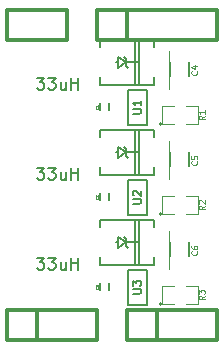
<source format=gto>
G04 (created by PCBNEW (2013-june-11)-stable) date Thu 23 Jan 2014 03:09:13 PM PST*
%MOIN*%
G04 Gerber Fmt 3.4, Leading zero omitted, Abs format*
%FSLAX34Y34*%
G01*
G70*
G90*
G04 APERTURE LIST*
%ADD10C,0.00590551*%
%ADD11C,0.012*%
%ADD12C,0.0039*%
%ADD13C,0.005*%
%ADD14C,0.0043*%
%ADD15C,0.0047*%
%ADD16C,0.0016*%
%ADD17R,0.055X0.055*%
%ADD18C,0.055*%
%ADD19R,0.0314961X0.0216535*%
%ADD20R,0.035X0.055*%
%ADD21R,0.23622X0.0787402*%
%ADD22R,0.063X0.0866*%
%ADD23R,0.071X0.063*%
%ADD24R,0.0394X0.0354*%
G04 APERTURE END LIST*
G54D10*
G54D11*
X94500Y-28500D02*
X94500Y-28500D01*
X94500Y-29500D02*
X94500Y-28500D01*
X94500Y-28500D02*
X94500Y-28500D01*
X94500Y-28500D02*
X98500Y-28500D01*
X98500Y-28500D02*
X98500Y-29500D01*
X98500Y-29500D02*
X94500Y-29500D01*
X95500Y-29500D02*
X95500Y-28500D01*
X95500Y-39500D02*
X95500Y-38500D01*
X95500Y-38500D02*
X98500Y-38500D01*
X98500Y-38500D02*
X98500Y-39500D01*
X98500Y-39500D02*
X95500Y-39500D01*
X96500Y-38500D02*
X96500Y-39500D01*
X91500Y-39500D02*
X91500Y-38500D01*
X91500Y-38500D02*
X94500Y-38500D01*
X94500Y-38500D02*
X94500Y-39500D01*
X94500Y-39500D02*
X91500Y-39500D01*
X92500Y-38500D02*
X92500Y-39500D01*
X91500Y-29500D02*
X91500Y-28500D01*
X91500Y-28500D02*
X93500Y-28500D01*
X93500Y-28500D02*
X93500Y-29500D01*
X93500Y-29500D02*
X91500Y-29500D01*
G54D10*
X95535Y-35340D02*
X95535Y-34159D01*
X95535Y-34159D02*
X96164Y-34159D01*
X96164Y-34159D02*
X96164Y-35301D01*
X96164Y-35301D02*
X96164Y-35340D01*
X96164Y-35340D02*
X95535Y-35340D01*
X95535Y-32340D02*
X95535Y-31159D01*
X95535Y-31159D02*
X96164Y-31159D01*
X96164Y-31159D02*
X96164Y-32301D01*
X96164Y-32301D02*
X96164Y-32340D01*
X96164Y-32340D02*
X95535Y-32340D01*
X95535Y-38340D02*
X95535Y-37159D01*
X95535Y-37159D02*
X96164Y-37159D01*
X96164Y-37159D02*
X96164Y-38301D01*
X96164Y-38301D02*
X96164Y-38340D01*
X96164Y-38340D02*
X95535Y-38340D01*
G54D12*
X96650Y-32300D02*
G75*
G03X96650Y-32300I-50J0D01*
G74*
G01*
X97050Y-32300D02*
X96650Y-32300D01*
X96650Y-32300D02*
X96650Y-31700D01*
X96650Y-31700D02*
X97050Y-31700D01*
X97450Y-31700D02*
X97850Y-31700D01*
X97850Y-31700D02*
X97850Y-32300D01*
X97850Y-32300D02*
X97450Y-32300D01*
X96650Y-35300D02*
G75*
G03X96650Y-35300I-50J0D01*
G74*
G01*
X97050Y-35300D02*
X96650Y-35300D01*
X96650Y-35300D02*
X96650Y-34700D01*
X96650Y-34700D02*
X97050Y-34700D01*
X97450Y-34700D02*
X97850Y-34700D01*
X97850Y-34700D02*
X97850Y-35300D01*
X97850Y-35300D02*
X97450Y-35300D01*
X96650Y-38300D02*
G75*
G03X96650Y-38300I-50J0D01*
G74*
G01*
X97050Y-38300D02*
X96650Y-38300D01*
X96650Y-38300D02*
X96650Y-37700D01*
X96650Y-37700D02*
X97050Y-37700D01*
X97450Y-37700D02*
X97850Y-37700D01*
X97850Y-37700D02*
X97850Y-38300D01*
X97850Y-38300D02*
X97450Y-38300D01*
G54D13*
X95200Y-33250D02*
X95120Y-33250D01*
X94600Y-32500D02*
X96400Y-32500D01*
X96400Y-32500D02*
X96400Y-32750D01*
X95760Y-34000D02*
X95760Y-32500D01*
X95890Y-34000D02*
X95890Y-32500D01*
X94600Y-33750D02*
X94600Y-34000D01*
X94600Y-34000D02*
X96400Y-34000D01*
X96400Y-34000D02*
X96400Y-33750D01*
X94600Y-32750D02*
X94600Y-32500D01*
X95450Y-33250D02*
X95200Y-33063D01*
X95200Y-33063D02*
X95200Y-33250D01*
X95200Y-33250D02*
X95200Y-33437D01*
X95200Y-33437D02*
X95450Y-33250D01*
X95450Y-33250D02*
X95450Y-33125D01*
X95450Y-33125D02*
X95388Y-33063D01*
X95450Y-33250D02*
X95450Y-33375D01*
X95450Y-33375D02*
X95512Y-33437D01*
X95450Y-33250D02*
X95887Y-33250D01*
X95200Y-36250D02*
X95120Y-36250D01*
X94600Y-35500D02*
X96400Y-35500D01*
X96400Y-35500D02*
X96400Y-35750D01*
X95760Y-37000D02*
X95760Y-35500D01*
X95890Y-37000D02*
X95890Y-35500D01*
X94600Y-36750D02*
X94600Y-37000D01*
X94600Y-37000D02*
X96400Y-37000D01*
X96400Y-37000D02*
X96400Y-36750D01*
X94600Y-35750D02*
X94600Y-35500D01*
X95450Y-36250D02*
X95200Y-36063D01*
X95200Y-36063D02*
X95200Y-36250D01*
X95200Y-36250D02*
X95200Y-36437D01*
X95200Y-36437D02*
X95450Y-36250D01*
X95450Y-36250D02*
X95450Y-36125D01*
X95450Y-36125D02*
X95388Y-36063D01*
X95450Y-36250D02*
X95450Y-36375D01*
X95450Y-36375D02*
X95512Y-36437D01*
X95450Y-36250D02*
X95887Y-36250D01*
X95200Y-30250D02*
X95120Y-30250D01*
X94600Y-29500D02*
X96400Y-29500D01*
X96400Y-29500D02*
X96400Y-29750D01*
X95760Y-31000D02*
X95760Y-29500D01*
X95890Y-31000D02*
X95890Y-29500D01*
X94600Y-30750D02*
X94600Y-31000D01*
X94600Y-31000D02*
X96400Y-31000D01*
X96400Y-31000D02*
X96400Y-30750D01*
X94600Y-29750D02*
X94600Y-29500D01*
X95450Y-30250D02*
X95200Y-30063D01*
X95200Y-30063D02*
X95200Y-30250D01*
X95200Y-30250D02*
X95200Y-30437D01*
X95200Y-30437D02*
X95450Y-30250D01*
X95450Y-30250D02*
X95450Y-30125D01*
X95450Y-30125D02*
X95388Y-30063D01*
X95450Y-30250D02*
X95450Y-30375D01*
X95450Y-30375D02*
X95512Y-30437D01*
X95450Y-30250D02*
X95887Y-30250D01*
X96930Y-36950D02*
X97570Y-36950D01*
X97570Y-36050D02*
X96930Y-36050D01*
X97570Y-35870D02*
X96930Y-35870D01*
X96930Y-35870D02*
X96930Y-37130D01*
X96930Y-37130D02*
X97570Y-37130D01*
X97570Y-37130D02*
X97570Y-35870D01*
X96930Y-33950D02*
X97570Y-33950D01*
X97570Y-33050D02*
X96930Y-33050D01*
X97570Y-32870D02*
X96930Y-32870D01*
X96930Y-32870D02*
X96930Y-34130D01*
X96930Y-34130D02*
X97570Y-34130D01*
X97570Y-34130D02*
X97570Y-32870D01*
X96930Y-30950D02*
X97570Y-30950D01*
X97570Y-30050D02*
X96930Y-30050D01*
X97570Y-29870D02*
X96930Y-29870D01*
X96930Y-29870D02*
X96930Y-31130D01*
X96930Y-31130D02*
X97570Y-31130D01*
X97570Y-31130D02*
X97570Y-29870D01*
X94910Y-37530D02*
X94590Y-37530D01*
X94600Y-37970D02*
X94910Y-37970D01*
X94590Y-38070D02*
X94590Y-37430D01*
X94590Y-37430D02*
X94910Y-37430D01*
X94910Y-37430D02*
X94910Y-38070D01*
X94910Y-38070D02*
X94590Y-38070D01*
X94910Y-34530D02*
X94590Y-34530D01*
X94600Y-34970D02*
X94910Y-34970D01*
X94590Y-35070D02*
X94590Y-34430D01*
X94590Y-34430D02*
X94910Y-34430D01*
X94910Y-34430D02*
X94910Y-35070D01*
X94910Y-35070D02*
X94590Y-35070D01*
X94910Y-31530D02*
X94590Y-31530D01*
X94600Y-31970D02*
X94910Y-31970D01*
X94590Y-32070D02*
X94590Y-31430D01*
X94590Y-31430D02*
X94910Y-31430D01*
X94910Y-31430D02*
X94910Y-32070D01*
X94910Y-32070D02*
X94590Y-32070D01*
G54D10*
X95685Y-34959D02*
X95909Y-34959D01*
X95935Y-34946D01*
X95948Y-34933D01*
X95961Y-34907D01*
X95961Y-34854D01*
X95948Y-34828D01*
X95935Y-34815D01*
X95909Y-34802D01*
X95685Y-34802D01*
X95712Y-34684D02*
X95699Y-34671D01*
X95685Y-34645D01*
X95685Y-34579D01*
X95699Y-34553D01*
X95712Y-34540D01*
X95738Y-34526D01*
X95764Y-34526D01*
X95804Y-34540D01*
X95961Y-34697D01*
X95961Y-34526D01*
X95685Y-31959D02*
X95909Y-31959D01*
X95935Y-31946D01*
X95948Y-31933D01*
X95961Y-31907D01*
X95961Y-31854D01*
X95948Y-31828D01*
X95935Y-31815D01*
X95909Y-31802D01*
X95685Y-31802D01*
X95961Y-31526D02*
X95961Y-31684D01*
X95961Y-31605D02*
X95685Y-31605D01*
X95725Y-31631D01*
X95751Y-31658D01*
X95764Y-31684D01*
X95685Y-37959D02*
X95909Y-37959D01*
X95935Y-37946D01*
X95948Y-37933D01*
X95961Y-37907D01*
X95961Y-37854D01*
X95948Y-37828D01*
X95935Y-37815D01*
X95909Y-37802D01*
X95685Y-37802D01*
X95685Y-37697D02*
X95685Y-37526D01*
X95790Y-37618D01*
X95790Y-37579D01*
X95804Y-37553D01*
X95817Y-37540D01*
X95843Y-37526D01*
X95909Y-37526D01*
X95935Y-37540D01*
X95948Y-37553D01*
X95961Y-37579D01*
X95961Y-37658D01*
X95948Y-37684D01*
X95935Y-37697D01*
G54D14*
X98079Y-32032D02*
X97985Y-32098D01*
X98079Y-32145D02*
X97882Y-32145D01*
X97882Y-32070D01*
X97892Y-32051D01*
X97901Y-32042D01*
X97920Y-32032D01*
X97948Y-32032D01*
X97967Y-32042D01*
X97976Y-32051D01*
X97985Y-32070D01*
X97985Y-32145D01*
X98079Y-31845D02*
X98079Y-31957D01*
X98079Y-31901D02*
X97882Y-31901D01*
X97910Y-31920D01*
X97929Y-31939D01*
X97939Y-31957D01*
X98079Y-35032D02*
X97985Y-35098D01*
X98079Y-35145D02*
X97882Y-35145D01*
X97882Y-35070D01*
X97892Y-35051D01*
X97901Y-35042D01*
X97920Y-35032D01*
X97948Y-35032D01*
X97967Y-35042D01*
X97976Y-35051D01*
X97985Y-35070D01*
X97985Y-35145D01*
X97901Y-34957D02*
X97892Y-34948D01*
X97882Y-34929D01*
X97882Y-34882D01*
X97892Y-34863D01*
X97901Y-34854D01*
X97920Y-34845D01*
X97939Y-34845D01*
X97967Y-34854D01*
X98079Y-34967D01*
X98079Y-34845D01*
X98079Y-38032D02*
X97985Y-38098D01*
X98079Y-38145D02*
X97882Y-38145D01*
X97882Y-38070D01*
X97892Y-38051D01*
X97901Y-38042D01*
X97920Y-38032D01*
X97948Y-38032D01*
X97967Y-38042D01*
X97976Y-38051D01*
X97985Y-38070D01*
X97985Y-38145D01*
X97882Y-37967D02*
X97882Y-37845D01*
X97957Y-37910D01*
X97957Y-37882D01*
X97967Y-37863D01*
X97976Y-37854D01*
X97995Y-37845D01*
X98042Y-37845D01*
X98060Y-37854D01*
X98070Y-37863D01*
X98079Y-37882D01*
X98079Y-37939D01*
X98070Y-37957D01*
X98060Y-37967D01*
G54D10*
X92493Y-30765D02*
X92737Y-30765D01*
X92606Y-30915D01*
X92662Y-30915D01*
X92700Y-30934D01*
X92718Y-30953D01*
X92737Y-30990D01*
X92737Y-31084D01*
X92718Y-31121D01*
X92700Y-31140D01*
X92662Y-31159D01*
X92550Y-31159D01*
X92512Y-31140D01*
X92493Y-31121D01*
X92868Y-30765D02*
X93112Y-30765D01*
X92981Y-30915D01*
X93037Y-30915D01*
X93074Y-30934D01*
X93093Y-30953D01*
X93112Y-30990D01*
X93112Y-31084D01*
X93093Y-31121D01*
X93074Y-31140D01*
X93037Y-31159D01*
X92925Y-31159D01*
X92887Y-31140D01*
X92868Y-31121D01*
X93449Y-30896D02*
X93449Y-31159D01*
X93281Y-30896D02*
X93281Y-31103D01*
X93299Y-31140D01*
X93337Y-31159D01*
X93393Y-31159D01*
X93431Y-31140D01*
X93449Y-31121D01*
X93637Y-31159D02*
X93637Y-30765D01*
X93637Y-30953D02*
X93862Y-30953D01*
X93862Y-31159D02*
X93862Y-30765D01*
X92493Y-33765D02*
X92737Y-33765D01*
X92606Y-33915D01*
X92662Y-33915D01*
X92700Y-33934D01*
X92718Y-33953D01*
X92737Y-33990D01*
X92737Y-34084D01*
X92718Y-34121D01*
X92700Y-34140D01*
X92662Y-34159D01*
X92550Y-34159D01*
X92512Y-34140D01*
X92493Y-34121D01*
X92868Y-33765D02*
X93112Y-33765D01*
X92981Y-33915D01*
X93037Y-33915D01*
X93074Y-33934D01*
X93093Y-33953D01*
X93112Y-33990D01*
X93112Y-34084D01*
X93093Y-34121D01*
X93074Y-34140D01*
X93037Y-34159D01*
X92925Y-34159D01*
X92887Y-34140D01*
X92868Y-34121D01*
X93449Y-33896D02*
X93449Y-34159D01*
X93281Y-33896D02*
X93281Y-34103D01*
X93299Y-34140D01*
X93337Y-34159D01*
X93393Y-34159D01*
X93431Y-34140D01*
X93449Y-34121D01*
X93637Y-34159D02*
X93637Y-33765D01*
X93637Y-33953D02*
X93862Y-33953D01*
X93862Y-34159D02*
X93862Y-33765D01*
X92493Y-36765D02*
X92737Y-36765D01*
X92606Y-36915D01*
X92662Y-36915D01*
X92700Y-36934D01*
X92718Y-36953D01*
X92737Y-36990D01*
X92737Y-37084D01*
X92718Y-37121D01*
X92700Y-37140D01*
X92662Y-37159D01*
X92550Y-37159D01*
X92512Y-37140D01*
X92493Y-37121D01*
X92868Y-36765D02*
X93112Y-36765D01*
X92981Y-36915D01*
X93037Y-36915D01*
X93074Y-36934D01*
X93093Y-36953D01*
X93112Y-36990D01*
X93112Y-37084D01*
X93093Y-37121D01*
X93074Y-37140D01*
X93037Y-37159D01*
X92925Y-37159D01*
X92887Y-37140D01*
X92868Y-37121D01*
X93449Y-36896D02*
X93449Y-37159D01*
X93281Y-36896D02*
X93281Y-37103D01*
X93299Y-37140D01*
X93337Y-37159D01*
X93393Y-37159D01*
X93431Y-37140D01*
X93449Y-37121D01*
X93637Y-37159D02*
X93637Y-36765D01*
X93637Y-36953D02*
X93862Y-36953D01*
X93862Y-37159D02*
X93862Y-36765D01*
G54D15*
X97820Y-36542D02*
X97830Y-36552D01*
X97839Y-36580D01*
X97839Y-36599D01*
X97830Y-36627D01*
X97811Y-36646D01*
X97792Y-36655D01*
X97755Y-36664D01*
X97727Y-36664D01*
X97689Y-36655D01*
X97670Y-36646D01*
X97652Y-36627D01*
X97642Y-36599D01*
X97642Y-36580D01*
X97652Y-36552D01*
X97661Y-36542D01*
X97642Y-36373D02*
X97642Y-36411D01*
X97652Y-36430D01*
X97661Y-36439D01*
X97689Y-36458D01*
X97727Y-36467D01*
X97802Y-36467D01*
X97820Y-36458D01*
X97830Y-36449D01*
X97839Y-36430D01*
X97839Y-36392D01*
X97830Y-36373D01*
X97820Y-36364D01*
X97802Y-36355D01*
X97755Y-36355D01*
X97736Y-36364D01*
X97727Y-36373D01*
X97717Y-36392D01*
X97717Y-36430D01*
X97727Y-36449D01*
X97736Y-36458D01*
X97755Y-36467D01*
X97820Y-33542D02*
X97830Y-33552D01*
X97839Y-33580D01*
X97839Y-33599D01*
X97830Y-33627D01*
X97811Y-33646D01*
X97792Y-33655D01*
X97755Y-33664D01*
X97727Y-33664D01*
X97689Y-33655D01*
X97670Y-33646D01*
X97652Y-33627D01*
X97642Y-33599D01*
X97642Y-33580D01*
X97652Y-33552D01*
X97661Y-33542D01*
X97642Y-33364D02*
X97642Y-33458D01*
X97736Y-33467D01*
X97727Y-33458D01*
X97717Y-33439D01*
X97717Y-33392D01*
X97727Y-33373D01*
X97736Y-33364D01*
X97755Y-33355D01*
X97802Y-33355D01*
X97820Y-33364D01*
X97830Y-33373D01*
X97839Y-33392D01*
X97839Y-33439D01*
X97830Y-33458D01*
X97820Y-33467D01*
X97820Y-30542D02*
X97830Y-30552D01*
X97839Y-30580D01*
X97839Y-30599D01*
X97830Y-30627D01*
X97811Y-30646D01*
X97792Y-30655D01*
X97755Y-30664D01*
X97727Y-30664D01*
X97689Y-30655D01*
X97670Y-30646D01*
X97652Y-30627D01*
X97642Y-30599D01*
X97642Y-30580D01*
X97652Y-30552D01*
X97661Y-30542D01*
X97708Y-30373D02*
X97839Y-30373D01*
X97633Y-30420D02*
X97774Y-30467D01*
X97774Y-30345D01*
G54D16*
X94524Y-37763D02*
X94528Y-37766D01*
X94531Y-37778D01*
X94531Y-37785D01*
X94528Y-37797D01*
X94520Y-37804D01*
X94513Y-37808D01*
X94498Y-37812D01*
X94486Y-37812D01*
X94471Y-37808D01*
X94464Y-37804D01*
X94456Y-37797D01*
X94452Y-37785D01*
X94452Y-37778D01*
X94456Y-37766D01*
X94460Y-37763D01*
X94452Y-37736D02*
X94452Y-37687D01*
X94483Y-37714D01*
X94483Y-37702D01*
X94486Y-37695D01*
X94490Y-37691D01*
X94498Y-37687D01*
X94516Y-37687D01*
X94524Y-37691D01*
X94528Y-37695D01*
X94531Y-37702D01*
X94531Y-37725D01*
X94528Y-37733D01*
X94524Y-37736D01*
X94524Y-34763D02*
X94528Y-34766D01*
X94531Y-34778D01*
X94531Y-34785D01*
X94528Y-34797D01*
X94520Y-34804D01*
X94513Y-34808D01*
X94498Y-34812D01*
X94486Y-34812D01*
X94471Y-34808D01*
X94464Y-34804D01*
X94456Y-34797D01*
X94452Y-34785D01*
X94452Y-34778D01*
X94456Y-34766D01*
X94460Y-34763D01*
X94460Y-34733D02*
X94456Y-34729D01*
X94452Y-34721D01*
X94452Y-34702D01*
X94456Y-34695D01*
X94460Y-34691D01*
X94468Y-34687D01*
X94475Y-34687D01*
X94486Y-34691D01*
X94531Y-34736D01*
X94531Y-34687D01*
X94524Y-31763D02*
X94528Y-31766D01*
X94531Y-31778D01*
X94531Y-31785D01*
X94528Y-31797D01*
X94520Y-31804D01*
X94513Y-31808D01*
X94498Y-31812D01*
X94486Y-31812D01*
X94471Y-31808D01*
X94464Y-31804D01*
X94456Y-31797D01*
X94452Y-31785D01*
X94452Y-31778D01*
X94456Y-31766D01*
X94460Y-31763D01*
X94531Y-31687D02*
X94531Y-31733D01*
X94531Y-31710D02*
X94452Y-31710D01*
X94464Y-31718D01*
X94471Y-31725D01*
X94475Y-31733D01*
%LPC*%
G54D17*
X95000Y-29000D03*
G54D18*
X96000Y-29000D03*
X97000Y-29000D03*
X98000Y-29000D03*
G54D17*
X96000Y-39000D03*
G54D18*
X97000Y-39000D03*
X98000Y-39000D03*
G54D17*
X92000Y-39000D03*
G54D18*
X93000Y-39000D03*
X94000Y-39000D03*
G54D17*
X92000Y-29000D03*
G54D18*
X93000Y-29000D03*
G54D19*
X95377Y-35124D03*
X95377Y-34750D03*
X95377Y-34375D03*
X96322Y-35124D03*
X96322Y-34375D03*
X95377Y-32124D03*
X95377Y-31750D03*
X95377Y-31375D03*
X96322Y-32124D03*
X96322Y-31375D03*
X95377Y-38124D03*
X95377Y-37750D03*
X95377Y-37375D03*
X96322Y-38124D03*
X96322Y-37375D03*
G54D20*
X96875Y-32000D03*
X97625Y-32000D03*
X96875Y-35000D03*
X97625Y-35000D03*
X96875Y-38000D03*
X97625Y-38000D03*
G54D21*
X93000Y-31846D03*
X93000Y-30153D03*
X93000Y-34846D03*
X93000Y-33153D03*
X93000Y-37846D03*
X93000Y-36153D03*
G54D22*
X94752Y-33250D03*
X96248Y-33250D03*
X94752Y-36250D03*
X96248Y-36250D03*
X94752Y-30250D03*
X96248Y-30250D03*
G54D23*
X97250Y-37050D03*
X97250Y-35950D03*
X97250Y-34050D03*
X97250Y-32950D03*
X97250Y-31050D03*
X97250Y-29950D03*
G54D24*
X94750Y-37454D03*
X94750Y-38046D03*
X94750Y-34454D03*
X94750Y-35046D03*
X94750Y-31454D03*
X94750Y-32046D03*
M02*

</source>
